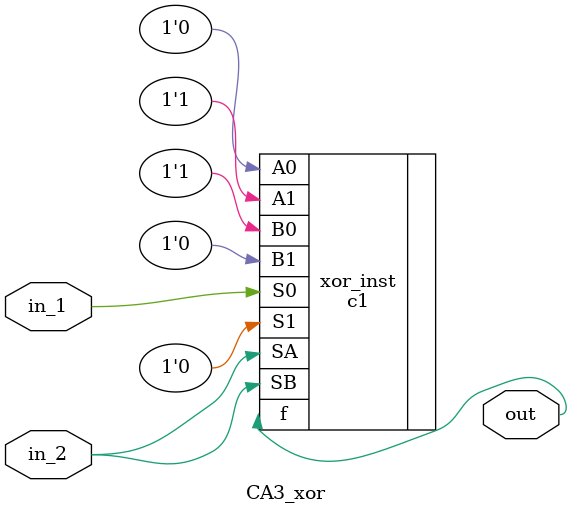
<source format=v>
module CA3_xor (
    input  wire in_1,
    input  wire in_2,
    output wire out
);

    c1 xor_inst (
        .A0(1'b0), .A1(1'b1), .SA(in_2), 
        .B0(1'b1), .B1(1'b0), .SB(in_2), 
        .S0(in_1), .S1(1'b0), 
        .f(out)
    );

endmodule
</source>
